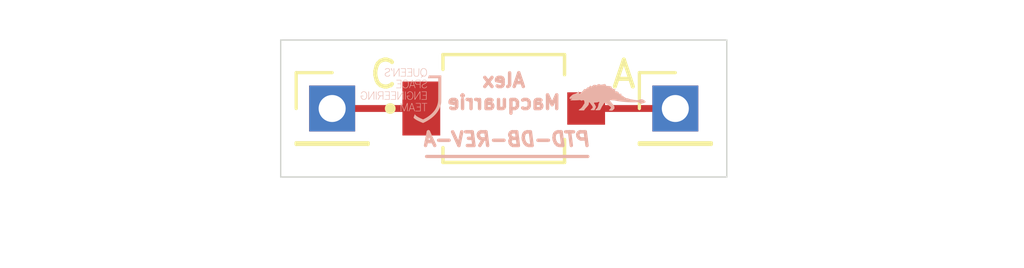
<source format=kicad_pcb>
(kicad_pcb (version 20211014) (generator pcbnew)
  (layers (0 "F.Cu" signal) (31 "B.Cu" signal) (34 "B.Paste" user) (35 "F.Paste" user) (36 "B.SilkS" user "B.Silkscreen") (37 "F.SilkS" user "F.Silkscreen") (38 "B.Mask" user) (39 "F.Mask" user) (44 "Edge.Cuts" user))
  (net 0 "")
  (net 1 "Net-(D1-PadC)")
  (net 2 "Net-(D1-PadA)")
  (footprint "SFH_2430-Z:DIO_SFH_2430-Z" (layer "F.Cu") (at 144.145 105.41)
    (fp_text reference "D1")
    (fp_text value "SFH_2430-Z")
    (fp_line (start 2.25 -1.25) (end 2.25 -2) (layer "F.SilkS") (width 0.127))
    (fp_line (start 2.25 1.15) (end 2.25 2) (layer "F.SilkS") (width 0.127))
    (fp_line (start 2.25 2) (end -2.25 2) (layer "F.SilkS") (width 0.127))
    (fp_line (start 2.25 -2) (end -2.25 -2) (layer "F.SilkS") (width 0.127))
    (fp_line (start -2.25 2) (end -2.25 1.45) (layer "F.SilkS") (width 0.127))
    (fp_line (start -2.25 -2) (end -2.25 -1.45) (layer "F.SilkS") (width 0.127))
    (fp_circle (center -4.2 0) (end -4.1 0) (layer "F.SilkS") (width 0.2) (fill none))
    (pad "A" smd rect locked (at 3.05 0 180) (size 1.4 1.2) (layers "F.Cu") (net 2 "Net-(D1-PadA)"))
    (pad "C" smd rect locked (at -3.05 0 180) (size 1.4 2) (layers "F.Cu") (net 1 "Net-(D1-PadC)"))
  )
  (footprint "Connector_PinHeader_2.54mm:PinHeader_1x01_P2.54mm_Vertical" (layer "F.Cu") (at 150.495 105.41)
    (fp_text reference "A" (at -1.905 -1.27) (layer "F.SilkS"))
    (fp_text value "Conn_01x01")
    (fp_line (start -1.33 0) (end -1.33 -1.33) (layer "F.SilkS") (width 0.12))
    (fp_line (start -1.33 1.27) (end -1.33 1.33) (layer "F.SilkS") (width 0.12))
    (fp_line (start -1.33 -1.33) (end 0 -1.33) (layer "F.SilkS") (width 0.12))
    (fp_line (start -1.33 1.33) (end 1.33 1.33) (layer "F.SilkS") (width 0.12))
    (fp_line (start 1.33 1.27) (end 1.33 1.33) (layer "F.SilkS") (width 0.12))
    (fp_line (start -1.33 1.27) (end 1.33 1.27) (layer "F.SilkS") (width 0.12))
    (pad "1" thru_hole rect locked (at 0 0) (size 1.7 1.7) (drill 1) (layers *.Cu *.Mask) (net 2 "Net-(D1-PadA)"))
  )
  (footprint "Connector_PinHeader_2.54mm:PinHeader_1x01_P2.54mm_Vertical" (layer "F.Cu") (at 137.795 105.41)
    (fp_text reference "C" (at 1.905 -1.27) (layer "F.SilkS"))
    (fp_text value "Conn_01x01")
    (fp_line (start 1.33 1.27) (end 1.33 1.33) (layer "F.SilkS") (width 0.12))
    (fp_line (start -1.33 1.27) (end 1.33 1.27) (layer "F.SilkS") (width 0.12))
    (fp_line (start -1.33 -1.33) (end 0 -1.33) (layer "F.SilkS") (width 0.12))
    (fp_line (start -1.33 0) (end -1.33 -1.33) (layer "F.SilkS") (width 0.12))
    (fp_line (start -1.33 1.27) (end -1.33 1.33) (layer "F.SilkS") (width 0.12))
    (fp_line (start -1.33 1.33) (end 1.33 1.33) (layer "F.SilkS") (width 0.12))
    (pad "1" thru_hole rect locked (at 0 0) (size 1.7 1.7) (drill 1) (layers *.Cu *.Mask) (net 1 "Net-(D1-PadC)"))
  )
  (footprint "LOGO" (layer "B.Cu") (at 147.955 105.029 180)
    (fp_text reference "G***" hide)
    (fp_text value "LOGO" hide)
    (fp_poly (pts (xy 0.081284 0.526569) (xy 0.09456 0.522351) (xy 0.125591 0.513784) (xy 0.164294 0.506212) (xy 0.186103 0.503168) (xy 0.219388 0.500577) (xy 0.2395 0.502682) (xy 0.251666 0.510177) (xy 0.253365 0.512091) (xy 0.271095 0.524682) (xy 0.282138 0.527205) (xy 0.304307 0.522244) (xy 0.333897 0.509785) (xy 0.363147 0.493467) (xy 0.379333 0.481637) (xy 0.392473 0.472532) (xy 0.398904 0.478566) (xy 0.401555 0.487498) (xy 0.408826 0.501711) (xy 0.421933 0.499861) (xy 0.423244 0.499178) (xy 0.442937 0.496372) (xy 0.450324 0.501161) (xy 0.462339 0.505591) (xy 0.479134 0.495641) (xy 0.482363 0.492829) (xy 0.504633 0.475403) (xy 0.53264 0.456524) (xy 0.53857 0.452895) (xy 0.57347 0.432024) (xy 0.585553 0.451372) (xy 0.600128 0.467741) (xy 0.613862 0.466717) (xy 0.628416 0.447798) (xy 0.634101 0.436666) (xy 0.646415 0.414797) (xy 0.658733 0.406611) (xy 0.676669 0.40788) (xy 0.693563 0.408829) (xy 0.708695 0.401865) (xy 0.727107 0.38395) (xy 0.738627 0.370524) (xy 0.760816 0.345999) (xy 0.778159 0.33478) (xy 0.796715 0.334823) (xy 0.82006 0.343048) (xy 0.833543 0.342032) (xy 0.845263 0.324826) (xy 0.846993 0.320816) (xy 0.858732 0.301648) (xy 0.878498 0.277449) (xy 0.901989 0.25261) (xy 0.924904 0.231525) (xy 0.94294 0.218585) (xy 0.949131 0.216531) (xy 0.958553 0.208929) (xy 0.967969 0.192995) (xy 0.984177 0.173798) (xy 0.998962 0.169459) (xy 1.011607 0.17145) (xy 1.016194 0.18084) (xy 1.014749 0.202757) (xy 1.0141 0.207724) (xy 1.013428 0.237571) (xy 1.021684 0.250959) (xy 1.038958 0.247903) (xy 1.065338 0.228416) (xy 1.077235 0.21723) (xy 1.104727 0.193382) (xy 1.133298 0.177054) (xy 1.170582 0.164225) (xy 1.185317 0.160274) (xy 1.22774 0.147351) (xy 1.260186 0.131363) (xy 1.291438 0.107637) (xy 1.302054 0.098165) (xy 1.33491 0.067594) (xy 1.356043 0.045796) (xy 1.367991 0.029252) (xy 1.373297 0.014447) (xy 1.3745 -0.002124) (xy 1.373669 -0.017804) (xy 1.367978 -0.024956) (xy 1.352631 -0.02567) (xy 1.327428 -0.022648) (xy 1.296057 -0.019838) (xy 1.282571 -0.021967) (xy 1.287108 -0.028844) (xy 1.309811 -0.040279) (xy 1.313306 -0.041758) (xy 1.337644 -0.055068) (xy 1.345582 -0.066942) (xy 1.336382 -0.075772) (xy 1.329782 -0.077674) (xy 1.311116 -0.07939) (xy 1.278098 -0.080197) (xy 1.235175 -0.080196) (xy 1.186797 -0.079485) (xy 1.137411 -0.078164) (xy 1.091468 -0.076331) (xy 1.053415 -0.074085) (xy 1.027702 -0.071527) (xy 1.023742 -0.070854) (xy 0.985316 -0.069598) (xy 0.95492 -0.079695) (xy 0.931779 -0.089314) (xy 0.916409 -0.089892) (xy 0.900159 -0.081595) (xy 0.898883 -0.080763) (xy 0.876903 -0.071197) (xy 0.8552 -0.075587) (xy 0.853561 -0.076318) (xy 0.839556 -0.086002) (xy 0.831065 -0.102639) (xy 0.825585 -0.131656) (xy 0.824685 -0.138956) (xy 0.82213 -0.171571) (xy 0.824736 -0.192336) (xy 0.833554 -0.207777) (xy 0.836286 -0.210945) (xy 0.850669 -0.230328) (xy 0.868565 -0.258958) (xy 0.879945 -0.279239) (xy 0.918697 -0.337053) (xy 0.965439 -0.38207) (xy 0.998876 -0.402979) (xy 1.020602 -0.417527) (xy 1.033117 -0.432879) (xy 1.033891 -0.435415) (xy 1.033563 -0.442768) (xy 1.027186 -0.447553) (xy 1.011608 -0.450308) (xy 0.983674 -0.451574) (xy 0.94023 -0.45189) (xy 0.93754 -0.451891) (xy 0.838116 -0.451891) (xy 0.815683 -0.416587) (xy 0.796348 -0.389614) (xy 0.776296 -0.366641) (xy 0.771856 -0.362454) (xy 0.755182 -0.345873) (xy 0.731591 -0.320101) (xy 0.706039 -0.290559) (xy 0.704735 -0.289004) (xy 0.680478 -0.258524) (xy 0.666602 -0.235757) (xy 0.660362 -0.214913) (xy 0.659007 -0.192506) (xy 0.657172 -0.164316) (xy 0.650969 -0.151262) (xy 0.639351 -0.153703) (xy 0.621272 -0.171998) (xy 0.595683 -0.206504) (xy 0.588789 -0.216531) (xy 0.567427 -0.245744) (xy 0.544713 -0.273817) (xy 0.542071 -0.276835) (xy 0.52166 -0.311625) (xy 0.517791 -0.335557) (xy 0.520554 -0.35722) (xy 0.531795 -0.373542) (xy 0.555449 -0.390697) (xy 0.583261 -0.410807) (xy 0.593784 -0.425559) (xy 0.586707 -0.435433) (xy 0.561722 -0.440909) (xy 0.522105 -0.442476) (xy 0.451103 -0.442476) (xy 0.422667 -0.379098) (xy 0.394232 -0.315721) (xy 0.415254 -0.270838) (xy 0.430746 -0.241755) (xy 0.446582 -0.218102) (xy 0.453498 -0.210369) (xy 0.467041 -0.191441) (xy 0.470719 -0.177414) (xy 0.468422 -0.168088) (xy 0.458856 -0.162769) (xy 0.438014 -0.160342) (xy 0.407172 -0.159711) (xy 0.366933 -0.157346) (xy 0.334338 -0.151393) (xy 0.320089 -0.145923) (xy 0.298871 -0.135884) (xy 0.284785 -0.132135) (xy 0.27518 -0.138875) (xy 0.273798 -0.154703) (xy 0.280453 -0.171859) (xy 0.285873 -0.177823) (xy 0.294941 -0.19321) (xy 0.302547 -0.219292) (xy 0.30453 -0.230814) (xy 0.317692 -0.296882) (xy 0.337158 -0.346571) (xy 0.363656 -0.381484) (xy 0.377903 -0.392693) (xy 0.399722 -0.410355) (xy 0.412681 -0.427072) (xy 0.414233 -0.432709) (xy 0.412105 -0.440425) (xy 0.403343 -0.444886) (xy 0.384381 -0.446667) (xy 0.351652 -0.446346) (xy 0.333582 -0.445746) (xy 0.295811 -0.443774) (xy 0.265099 -0.441065) (xy 0.246438 -0.4381) (xy 0.243643 -0.43707) (xy 0.235621 -0.426365) (xy 0.222368 -0.402869) (xy 0.206313 -0.370994) (xy 0.200744 -0.359234) (xy 0.184437 -0.325934) (xy 0.170234 -0.299936) (xy 0.160496 -0.285462) (xy 0.158593 -0.283905) (xy 0.149822 -0.274278) (xy 0.136592 -0.253107) (xy 0.127541 -0.236242) (xy 0.107851 -0.200664) (xy 0.091507 -0.180838) (xy 0.07554 -0.174777) (xy 0.056978 -0.180496) (xy 0.050056 -0.184458) (xy -0.033913 -0.238689) (xy -0.10768 -0.292692) (xy -0.154343 -0.330735) (xy -0.157956 -0.344662) (xy -0.150979 -0.365751) (xy -0.136529 -0.388255) (xy -0.117723 -0.40643) (xy -0.111061 -0.410514) (xy -0.091031 -0.426064) (xy -0.086595 -0.440667) (xy -0.092038 -0.449704) (xy -0.106722 -0.455033) (xy -0.134616 -0.457748) (xy -0.150727 -0.458358) (xy -0.184214 -0.458752) (xy -0.20606 -0.4557) (xy -0.223439 -0.44646) (xy -0.243524 -0.428288) (xy -0.252314 -0.419519) (xy -0.274601 -0.396276) (xy -0.286066 -0.37933) (xy -0.289386 -0.361852) (xy -0.28724 -0.337014) (xy -0.286594 -0.332096) (xy -0.284201 -0.315763) (xy -0.280785 -0.301607) (xy -0.274732 -0.287208) (xy -0.264428 -0.270143) (xy -0.248261 -0.24799) (xy -0.224618 -0.218328) (xy -0.191885 -0.178735) (xy -0.155247 -0.13491) (xy -0.136732 -0.109973) (xy -0.124815 -0.088507) (xy -0.122387 -0.079546) (xy -0.125133 -0.069563) (xy -0.136648 -0.067426) (xy -0.157691 -0.071042) (xy -0.188384 -0.075719) (xy -0.226341 -0.078984) (xy -0.244774 -0.079732) (xy -0.282664 -0.082441) (xy -0.319806 -0.088076) (xy -0.33421 -0.091463) (xy -0.381853 -0.102317) (xy -0.44478 -0.112752) (xy -0.519445 -0.122501) (xy -0.602302 -0.131299) (xy -0.689809 -0.138879) (xy -0.778419 -0.144974) (xy -0.864587 -0.149318) (xy -0.944769 -0.151645) (xy -1.015419 -0.151687) (xy -1.072994 -0.149179) (xy -1.086229 -0.14799) (xy -1.126196 -0.144089) (xy -1.152035 -0.142873) (xy -1.168338 -0.144994) (xy -1.179696 -0.151102) (xy -1.190699 -0.161848) (xy -1.191714 -0.162941) (xy -1.216312 -0.182415) (xy -1.245823 -0.197168) (xy -1.24715 -0.197618) (xy -1.268143 -0.202785) (xy -1.289136 -0.20259) (xy -1.316518 -0.19638) (xy -1.344074 -0.187719) (xy -1.385305 -0.173803) (xy -1.411958 -0.163625) (xy -1.427412 -0.155255) (xy -1.435045 -0.146762) (xy -1.438234 -0.136216) (xy -1.438637 -0.133685) (xy -1.43529 -0.118966) (xy -1.419973 -0.101436) (xy -1.390956 -0.079582) (xy -1.34651 -0.05189) (xy -1.342556 -0.049565) (xy -1.310691 -0.039546) (xy -1.270703 -0.038619) (xy -1.230699 -0.046327) (xy -1.205951 -0.057261) (xy -1.181363 -0.067818) (xy -1.149585 -0.072706) (xy -1.107676 -0.071939) (xy -1.052697 -0.065529) (xy -1.007338 -0.058128) (xy -0.965902 -0.051198) (xy -0.921687 -0.044317) (xy -0.905376 -0.041941) (xy -0.868788 -0.034288) (xy -0.833736 -0.023043) (xy -0.82101 -0.017428) (xy -0.788359 -0.005948) (xy -0.752072 -0.000165) (xy -0.746157 0) (xy -0.714726 0.003329) (xy -0.700351 0.013434) (xy -0.700101 0.014035) (xy -0.688255 0.025482) (xy -0.665451 0.036589) (xy -0.658032 0.039061) (xy -0.630637 0.051361) (xy -0.621349 0.066243) (xy -0.621349 0.066273) (xy -0.613997 0.079295) (xy -0.590568 0.089949) (xy -0.578984 0.093162) (xy -0.550648 0.102224) (xy -0.538595 0.11305) (xy -0.540369 0.12927) (xy -0.546241 0.141603) (xy -0.550416 0.155812) (xy -0.539972 0.16336) (xy -0.533207 0.165268) (xy -0.507415 0.168395) (xy -0.478866 0.167853) (xy -0.457329 0.167356) (xy -0.448648 0.17412) (xy -0.447183 0.188287) (xy -0.441742 0.21849) (xy -0.4257 0.233625) (xy -0.414684 0.235359) (xy -0.397339 0.242222) (xy -0.39191 0.249712) (xy -0.38019 0.259688) (xy -0.36334 0.258276) (xy -0.337924 0.256158) (xy -0.315327 0.260926) (xy -0.302305 0.270764) (xy -0.30126 0.274967) (xy -0.30808 0.288187) (xy -0.31738 0.29685) (xy -0.326963 0.311049) (xy -0.320828 0.324769) (xy -0.301929 0.33511) (xy -0.274218 0.339172) (xy -0.246318 0.345337) (xy -0.217851 0.360808) (xy -0.193534 0.381633) (xy -0.178086 0.403862) (xy -0.175648 0.421745) (xy -0.175444 0.434203) (xy -0.163691 0.441567) (xy -0.144313 0.445727) (xy -0.111962 0.449626) (xy -0.073949 0.452282) (xy -0.061193 0.452725) (xy -0.015871 0.455547) (xy 0.013645 0.462329) (xy 0.030156 0.47414) (xy 0.036206 0.489934) (xy 0.043358 0.51718) (xy 0.057172 0.528719)) (layer "B.SilkS") (width 0) (fill solid))
  )
  (footprint "LOGO" (layer "B.Cu") (at 140.335 104.902 180)
    (fp_text reference "G***" hide)
    (fp_text value "LOGO" hide)
    (fp_poly (pts (xy 0.061053 0.981492) (xy 0.071967 0.98086) (xy 0.157677 0.846227) (xy 0.243387 0.711595) (xy 0.243925 0.84675) (xy 0.244462 0.981905) (xy 0.263234 0.981905) (xy 0.263234 0.678977) (xy 0.242635 0.678977) (xy 0.069987 0.950287) (xy 0.069449 0.814632) (xy 0.068912 0.678977) (xy 0.05014 0.678977) (xy 0.05014 0.982123)) (layer "B.SilkS") (width 0) (fill solid))
    (fp_poly (pts (xy -0.853588 0.553978) (xy -0.833745 0.549099) (xy -0.815742 0.5413) (xy -0.800121 0.530829) (xy -0.787423 0.517935) (xy -0.784565 0.51407) (xy -0.778384 0.505137) (xy -0.78561 0.499171) (xy -0.792836 0.493206) (xy -0.796885 0.498869) (xy -0.809776 0.513436) (xy -0.825144 0.524914) (xy -0.842442 0.533094) (xy -0.861124 0.53777) (xy -0.880642 0.538734) (xy -0.896669 0.536656) (xy -0.913121 0.531592) (xy -0.926261 0.524119) (xy -0.93601 0.514322) (xy -0.942293 0.502284) (xy -0.945034 0.48809) (xy -0.945155 0.48364) (xy -0.944555 0.473531) (xy -0.942646 0.464749) (xy -0.939073 0.456965) (xy -0.933478 0.449855) (xy -0.925503 0.44309) (xy -0.914792 0.436345) (xy -0.900986 0.429292) (xy -0.883729 0.421605) (xy -0.87196 0.416712) (xy -0.850343 0.407413) (xy -0.832375 0.398599) (xy -0.817595 0.39) (xy -0.805544 0.381346) (xy -0.795761 0.372367) (xy -0.794894 0.371445) (xy -0.786274 0.360765) (xy -0.780763 0.350148) (xy -0.77795 0.338397) (xy -0.777424 0.324317) (xy -0.777565 0.320963) (xy -0.780106 0.303342) (xy -0.785857 0.288154) (xy -0.795016 0.274939) (xy -0.799121 0.270638) (xy -0.810473 0.261707) (xy -0.824382 0.254009) (xy -0.839247 0.248364) (xy -0.84569 0.24674) (xy -0.855764 0.245353) (xy -0.86794 0.244732) (xy -0.880708 0.244856) (xy -0.89256 0.245706) (xy -0.901985 0.247262) (xy -0.902908 0.247502) (xy -0.919327 0.253499) (xy -0.933621 0.262147) (xy -0.945453 0.27251) (xy -0.952432 0.280152) (xy -0.958921 0.288414) (xy -0.964312 0.296397) (xy -0.967998 0.303201) (xy -0.96937 0.307924) (xy -0.96937 0.307939) (xy -0.967796 0.310104) (xy -0.964027 0.312979) (xy -0.959491 0.315692) (xy -0.955616 0.31737) (xy -0.95394 0.317365) (xy -0.952655 0.315179) (xy -0.950119 0.310383) (xy -0.947557 0.305357) (xy -0.9382 0.291194) (xy -0.925602 0.27899) (xy -0.91051 0.269454) (xy -0.909204 0.268821) (xy -0.902705 0.265873) (xy -0.897336 0.263966) (xy -0.891858 0.262884) (xy -0.885037 0.26241) (xy -0.875637 0.262328) (xy -0.872224 0.262347) (xy -0.860535 0.262616) (xy -0.851774 0.263348) (xy -0.844698 0.264712) (xy -0.838067 0.266878) (xy -0.837587 0.267065) (xy -0.822896 0.274807) (xy -0.811299 0.285181) (xy -0.803014 0.297873) (xy -0.798262 0.312571) (xy -0.797146 0.324742) (xy -0.7981 0.336083) (xy -0.801202 0.346318) (xy -0.80674 0.355707) (xy -0.815 0.364508) (xy -0.826269 0.372979) (xy -0.840834 0.381379) (xy -0.858981 0.389966) (xy -0.878301 0.397947) (xy -0.895584 0.404959) (xy -0.90954 0.411178) (xy -0.920854 0.416988) (xy -0.930208 0.422771) (xy -0.938286 0.428908) (xy -0.94553 0.435543) (xy -0.954687 0.445786) (xy -0.960695 0.455781) (xy -0.963986 0.466691) (xy -0.96499 0.479684) (xy -0.964757 0.487541) (xy -0.961986 0.504535) (xy -0.955763 0.519306) (xy -0.946244 0.531734) (xy -0.933585 0.541701) (xy -0.917942 0.549089) (xy -0.899473 0.55378) (xy -0.878333 0.555655) (xy -0.874733 0.555685)) (layer "B.SilkS") (width 0) (fill solid))
    (fp_poly (pts (xy 0.512722 0.984345) (xy 0.532566 0.979466) (xy 0.550568 0.971667) (xy 0.566189 0.961195) (xy 0.578887 0.948302) (xy 0.581745 0.944437) (xy 0.587927 0.935503) (xy 0.5807 0.929538) (xy 0.573474 0.923572) (xy 0.569426 0.929236) (xy 0.556535 0.943803) (xy 0.541166 0.955281) (xy 0.523868 0.963461) (xy 0.505186 0.968137) (xy 0.485668 0.969101) (xy 0.469641 0.967023) (xy 0.453189 0.961958) (xy 0.44005 0.954486) (xy 0.4303 0.944689) (xy 0.424017 0.932651) (xy 0.421277 0.918456) (xy 0.421155 0.914007) (xy 0.421756 0.903898) (xy 0.423664 0.895116) (xy 0.427237 0.887332) (xy 0.432832 0.880222) (xy 0.440807 0.873457) (xy 0.451519 0.866712) (xy 0.465324 0.859659) (xy 0.482581 0.851972) (xy 0.494351 0.847079) (xy 0.515968 0.837779) (xy 0.533936 0.828966) (xy 0.548715 0.820367) (xy 0.560766 0.811713) (xy 0.570549 0.802733) (xy 0.571416 0.801812) (xy 0.580036 0.791132) (xy 0.585547 0.780515) (xy 0.588361 0.768764) (xy 0.588886 0.754684) (xy 0.588745 0.75133) (xy 0.586204 0.733709) (xy 0.580453 0.718521) (xy 0.571294 0.705305) (xy 0.56719 0.701005) (xy 0.555837 0.692074) (xy 0.541928 0.684376) (xy 0.527064 0.678731) (xy 0.52062 0.677107) (xy 0.510546 0.67572) (xy 0.498371 0.675099) (xy 0.485602 0.675223) (xy 0.473751 0.676073) (xy 0.464325 0.677629) (xy 0.463402 0.677869) (xy 0.446984 0.683866) (xy 0.432689 0.692514) (xy 0.420858 0.702877) (xy 0.413879 0.710518) (xy 0.40739 0.718781) (xy 0.401998 0.726764) (xy 0.398312 0.733568) (xy 0.39694 0.738291) (xy 0.39694 0.738306) (xy 0.398514 0.740471) (xy 0.402284 0.743346) (xy 0.40682 0.746059) (xy 0.410694 0.747737) (xy 0.41237 0.747732) (xy 0.413655 0.745546) (xy 0.416191 0.74075) (xy 0.418753 0.735723) (xy 0.42811 0.721561) (xy 0.440708 0.709357) (xy 0.4558 0.699821) (xy 0.457107 0.699188) (xy 0.463605 0.69624) (xy 0.468975 0.694333) (xy 0.474452 0.693251) (xy 0.481273 0.692777) (xy 0.490674 0.692695) (xy 0.494086 0.692714) (xy 0.505775 0.692983) (xy 0.514537 0.693715) (xy 0.521612 0.695079) (xy 0.528243 0.697245) (xy 0.528723 0.697431) (xy 0.543414 0.705174) (xy 0.555011 0.715548) (xy 0.563296 0.72824) (xy 0.568049 0.742938) (xy 0.569164 0.755109) (xy 0.56821 0.76645) (xy 0.565108 0.776685) (xy 0.55957 0.786074) (xy 0.55131 0.794875) (xy 0.540041 0.803346) (xy 0.525476 0.811746) (xy 0.507329 0.820333) (xy 0.488009 0.828314) (xy 0.470726 0.835325) (xy 0.45677 0.841545) (xy 0.445456 0.847355) (xy 0.436102 0.853138) (xy 0.428024 0.859275) (xy 0.42078 0.865909) (xy 0.411623 0.876153) (xy 0.405615 0.886147) (xy 0.402324 0.897058) (xy 0.401321 0.910051) (xy 0.401553 0.917908) (xy 0.404324 0.934902) (xy 0.410547 0.949673) (xy 0.420066 0.962101) (xy 0.432725 0.972068) (xy 0.448368 0.979456) (xy 0.466837 0.984147) (xy 0.487978 0.986021) (xy 0.491578 0.986052)) (layer "B.SilkS") (width 0) (fill solid))
    (fp_poly (pts (xy 0 0.965191) (xy -0.162954 0.965191) (xy -0.162954 0.846109) (xy -0.039694 0.846109) (xy -0.039694 0.829396) (xy -0.162954 0.829396) (xy -0.162954 0.69569) (xy 0.008357 0.69569) (xy 0.008357 0.678977) (xy -0.181757 0.678977) (xy -0.181757 0.981905) (xy 0 0.981905)) (layer "B.SilkS") (width 0) (fill solid))
    (fp_poly (pts (xy -0.636699 0.551511) (xy -0.619714 0.551386) (xy -0.605931 0.551096) (xy -0.594859 0.550576) (xy -0.586012 0.54976) (xy -0.5789 0.548581) (xy -0.573034 0.546974) (xy -0.567926 0.544872) (xy -0.563087 0.542209) (xy -0.55803 0.538919) (xy -0.556543 0.537901) (xy -0.544139 0.526916) (xy -0.534349 0.51322) (xy -0.527325 0.497479) (xy -0.523217 0.480355) (xy -0.522173 0.462512) (xy -0.524346 0.444616) (xy -0.529884 0.427328) (xy -0.530987 0.424886) (xy -0.538852 0.412177) (xy -0.549584 0.400468) (xy -0.561926 0.391011) (xy -0.568687 0.387341) (xy -0.581831 0.381271) (xy -0.708225 0.380001) (xy -0.708225 0.24861) (xy -0.727028 0.24861) (xy -0.727028 0.534825) (xy -0.708225 0.534825) (xy -0.708225 0.396653) (xy -0.648162 0.39733) (xy -0.630082 0.397566) (xy -0.61569 0.397844) (xy -0.604495 0.398192) (xy -0.596006 0.398641) (xy -0.589734 0.39922) (xy -0.585186 0.399959) (xy -0.581873 0.400889) (xy -0.580495 0.401448) (xy -0.569432 0.408345) (xy -0.559222 0.418176) (xy -0.551072 0.429715) (xy -0.549264 0.433209) (xy -0.543778 0.448984) (xy -0.541804 0.465041) (xy -0.543129 0.480783) (xy -0.547541 0.495616) (xy -0.55483 0.508943) (xy -0.564782 0.520171) (xy -0.577185 0.528704) (xy -0.584375 0.531822) (xy -0.588179 0.532741) (xy -0.594115 0.533463) (xy -0.602582 0.534005) (xy -0.613975 0.534385) (xy -0.628692 0.534619) (xy -0.647129 0.534727) (xy -0.650251 0.534733) (xy -0.708225 0.534825) (xy -0.727028 0.534825) (xy -0.727028 0.551538) (xy -0.657373 0.551538)) (layer "B.SilkS") (width 0) (fill solid))
    (fp_poly (pts (xy -0.772989 0.106547) (xy -0.935943 0.106547) (xy -0.935943 -0.012535) (xy -0.812683 -0.012535) (xy -0.812683 -0.029248) (xy -0.935943 -0.029248) (xy -0.935943 -0.162955) (xy -0.764632 -0.162955) (xy -0.764632 -0.179668) (xy -0.954746 -0.179668) (xy -0.954746 0.12326) (xy -0.772989 0.12326)) (layer "B.SilkS") (width 0) (fill solid))
    (fp_poly (pts (xy 0.363514 0.106547) (xy 0.200559 0.106547) (xy 0.200559 -0.012535) (xy 0.32382 -0.012535) (xy 0.32382 -0.029248) (xy 0.200559 -0.029248) (xy 0.200559 -0.162955) (xy 0.37187 -0.162955) (xy 0.37187 -0.179668) (xy 0.181757 -0.179668) (xy 0.181757 0.12326) (xy 0.363514 0.12326)) (layer "B.SilkS") (width 0) (fill solid))
    (fp_poly (pts (xy -1.003357 0.614213) (xy -1.385113 0.614213) (xy -1.385113 0.210378) (xy -1.385101 0.154871) (xy -1.385065 0.102968) (xy -1.385005 0.054716) (xy -1.384922 0.010158) (xy -1.384815 -0.03066) (xy -1.384686 -0.067694) (xy -1.384533 -0.100898) (xy -1.384358 -0.130228) (xy -1.384161 -0.15564) (xy -1.383941 -0.177087) (xy -1.3837 -0.194525) (xy -1.383437 -0.20791) (xy -1.383152 -0.217196) (xy -1.382917 -0.221556) (xy -1.377259 -0.272289) (xy -1.368297 -0.320877) (xy -1.355854 -0.367949) (xy -1.33975 -0.414135) (xy -1.319808 -0.460062) (xy -1.309154 -0.481551) (xy -1.290026 -0.516707) (xy -1.269828 -0.549741) (xy -1.248034 -0.581361) (xy -1.22412 -0.612274) (xy -1.197559 -0.643187) (xy -1.167826 -0.674807) (xy -1.158462 -0.684284) (xy -1.110352 -0.729533) (xy -1.059341 -0.771798) (xy -1.005409 -0.811094) (xy -0.948536 -0.847435) (xy -0.888704 -0.880835) (xy -0.870135 -0.890302) (xy -0.854914 -0.89779) (xy -0.843016 -0.903384) (xy -0.834112 -0.907222) (xy -0.827873 -0.909443) (xy -0.823971 -0.910185) (xy -0.823078 -0.910118) (xy -0.818116 -0.908624) (xy -0.809932 -0.905553) (xy -0.799069 -0.901146) (xy -0.786069 -0.895641) (xy -0.771472 -0.889279) (xy -0.75582 -0.882299) (xy -0.739656 -0.874941) (xy -0.723521 -0.867444) (xy -0.707956 -0.860049) (xy -0.693504 -0.852996) (xy -0.689423 -0.85096) (xy -0.657849 -0.834584) (xy -0.630052 -0.818994) (xy -0.605743 -0.804) (xy -0.584638 -0.789412) (xy -0.566449 -0.77504) (xy -0.55089 -0.760695) (xy -0.546606 -0.756277) (xy -0.538319 -0.746707) (xy -0.531261 -0.737052) (xy -0.525938 -0.728122) (xy -0.522855 -0.720729) (xy -0.52229 -0.717278) (xy -0.522094 -0.715328) (xy -0.521428 -0.71513) (xy -0.520175 -0.716964) (xy -0.518218 -0.721112) (xy -0.51544 -0.727856) (xy -0.511724 -0.737476) (xy -0.506954 -0.750254) (xy -0.501012 -0.766471) (xy -0.495385 -0.781974) (xy -0.472095 -0.846322) (xy -0.478209 -0.855208) (xy -0.488388 -0.86756) (xy -0.502515 -0.880832) (xy -0.520477 -0.894959) (xy -0.542164 -0.909878) (xy -0.567461 -0.925525) (xy -0.596257 -0.941834) (xy -0.628439 -0.958743) (xy -0.663896 -0.976186) (xy -0.702513 -0.9941) (xy -0.74418 -1.01242) (xy -0.778931 -1.027035) (xy -0.79145 -1.032158) (xy -0.802736 -1.036691) (xy -0.812195 -1.040403) (xy -0.819236 -1.043064) (xy -0.823264 -1.04444) (xy -0.823915 -1.04458) (xy -0.826541 -1.043725) (xy -0.832265 -1.041356) (xy -0.840421 -1.037765) (xy -0.850341 -1.033245) (xy -0.859112 -1.029151) (xy -0.926085 -0.995735) (xy -0.989916 -0.960158) (xy -1.050493 -0.922499) (xy -1.107701 -0.882835) (xy -1.16143 -0.841245) (xy -1.211564 -0.797808) (xy -1.257992 -0.752602) (xy -1.258863 -0.7517) (xy -1.298354 -0.708253) (xy -1.334709 -0.66312) (xy -1.367809 -0.616535) (xy -1.397537 -0.56873) (xy -1.423774 -0.519936) (xy -1.446403 -0.470387) (xy -1.465304 -0.420314) (xy -1.48036 -0.36995) (xy -1.491453 -0.319527) (xy -1.496812 -0.284188) (xy -1.497167 -0.280917) (xy -1.497495 -0.276988) (xy -1.497798 -0.27224) (xy -1.498076 -0.266511) (xy -1.49833 -0.25964) (xy -1.498562 -0.251463) (xy -1.498772 -0.241821) (xy -1.498962 -0.23055) (xy -1.499132 -0.217489) (xy -1.499283 -0.202477) (xy -1.499417 -0.18535) (xy -1.499534 -0.165949) (xy -1.499635 -0.14411) (xy -1.499722 -0.119671) (xy -1.499796 -0.092472) (xy -1.499857 -0.06235) (xy -1.499906 -0.029144) (xy -1.499945 0.007309) (xy -1.499974 0.04717) (xy -1.499995 0.090601) (xy -1.500008 0.137764) (xy -1.500015 0.188821) (xy -1.500016 0.230267) (xy -1.500016 0.718671) (xy -1.041327 0.718671)) (layer "B.SilkS") (width 0) (fill solid))
    (fp_poly (pts (xy -0.32949 0.127006) (xy -0.317469 0.125592) (xy -0.315463 0.125171) (xy -0.298253 0.119186) (xy -0.281701 0.109562) (xy -0.266501 0.096839) (xy -0.253345 0.081557) (xy -0.246967 0.071808) (xy -0.241546 0.062321) (xy -0.23826 0.055694) (xy -0.237013 0.051253) (xy -0.23771 0.048324) (xy -0.240256 0.046233) (xy -0.243166 0.044875) (xy -0.248353 0.042899) (xy -0.251823 0.041924) (xy -0.252199 0.041901) (xy -0.253823 0.043707) (xy -0.256609 0.04837) (xy -0.259996 0.054939) (xy -0.260508 0.056002) (xy -0.27105 0.073676) (xy -0.284264 0.088187) (xy -0.300065 0.099447) (xy -0.304504 0.10179) (xy -0.312277 0.105505) (xy -0.318285 0.107815) (xy -0.324019 0.109045) (xy -0.330973 0.109515) (xy -0.340425 0.109551) (xy -0.35545 0.108818) (xy -0.367743 0.106507) (xy -0.378475 0.102123) (xy -0.388818 0.095169) (xy -0.399943 0.08515) (xy -0.401334 0.083771) (xy -0.413581 0.069917) (xy -0.423176 0.055164) (xy -0.430678 0.038474) (xy -0.436647 0.018806) (xy -0.436928 0.017673) (xy -0.440082 -0.000086) (xy -0.44162 -0.020077) (xy -0.441539 -0.04073) (xy -0.439838 -0.060478) (xy -0.437009 -0.075827) (xy -0.429694 -0.098882) (xy -0.419885 -0.118897) (xy -0.407687 -0.135722) (xy -0.393209 -0.149207) (xy -0.378638 -0.158204) (xy -0.370829 -0.161929) (xy -0.364757 -0.164249) (xy -0.358917 -0.165496) (xy -0.351805 -0.165998) (xy -0.342731 -0.166088) (xy -0.332871 -0.165956) (xy -0.3257 -0.165362) (xy -0.31973 -0.164012) (xy -0.313475 -0.161613) (xy -0.30847 -0.159313) (xy -0.292236 -0.149342) (xy -0.278079 -0.135895) (xy -0.266139 -0.119203) (xy -0.256558 -0.099492) (xy -0.249477 -0.076991) (xy -0.245826 -0.057974) (xy -0.244694 -0.05014) (xy -0.327998 -0.05014) (xy -0.327998 -0.033427) (xy -0.22509 -0.033427) (xy -0.226523 -0.050662) (xy -0.230415 -0.078039) (xy -0.237287 -0.102677) (xy -0.2471 -0.124494) (xy -0.259815 -0.143408) (xy -0.275394 -0.159337) (xy -0.280368 -0.163331) (xy -0.292429 -0.1716) (xy -0.303918 -0.17727) (xy -0.316164 -0.180789) (xy -0.330496 -0.182609) (xy -0.338444 -0.183009) (xy -0.353951 -0.183002) (xy -0.365812 -0.181863) (xy -0.370434 -0.180836) (xy -0.389866 -0.173129) (xy -0.407412 -0.161861) (xy -0.422875 -0.147294) (xy -0.436057 -0.129688) (xy -0.44676 -0.109305) (xy -0.454789 -0.086406) (xy -0.459749 -0.062624) (xy -0.461166 -0.047402) (xy -0.461483 -0.029945) (xy -0.46077 -0.011726) (xy -0.459096 0.005781) (xy -0.456531 0.021104) (xy -0.455595 0.02507) (xy -0.447821 0.048752) (xy -0.437335 0.069512) (xy -0.423893 0.087799) (xy -0.417887 0.094267) (xy -0.404978 0.106104) (xy -0.392446 0.114769) (xy -0.379123 0.120971) (xy -0.368333 0.124322) (xy -0.356818 0.126341) (xy -0.343239 0.127246)) (layer "B.SilkS") (width 0) (fill solid))
    (fp_poly (pts (xy -0.179654 -0.442938) (xy -0.170854 -0.465534) (xy -0.162498 -0.486939) (xy -0.15471 -0.506841) (xy -0.147611 -0.524931) (xy -0.141324 -0.540898) (xy -0.135972 -0.554431) (xy -0.131676 -0.56522) (xy -0.12856 -0.572954) (xy -0.126745 -0.577322) (xy -0.126315 -0.578211) (xy -0.125524 -0.576265) (xy -0.123365 -0.570808) (xy -0.119988 -0.562224) (xy -0.115543 -0.550896) (xy -0.110178 -0.537207) (xy -0.104044 -0.52154) (xy -0.09729 -0.504277) (xy -0.090066 -0.485802) (xy -0.082522 -0.466497) (xy -0.074806 -0.446746) (xy -0.067069 -0.426932) (xy -0.05946 -0.407437) (xy -0.052128 -0.388644) (xy -0.045224 -0.370937) (xy -0.038897 -0.354698) (xy -0.033296 -0.34031) (xy -0.028572 -0.328157) (xy -0.024873 -0.31862) (xy -0.022349 -0.312084) (xy -0.021842 -0.310763) (xy -0.019991 -0.308522) (xy -0.015979 -0.3074) (xy -0.009178 -0.307107) (xy 0.002089 -0.307107) (xy 0.002089 -0.610035) (xy -0.016713 -0.610035) (xy -0.016776 -0.47894) (xy -0.016838 -0.347845) (xy -0.067759 -0.478418) (xy -0.118681 -0.60899) (xy -0.134107 -0.60899) (xy -0.185029 -0.478418) (xy -0.235951 -0.347845) (xy -0.236075 -0.610035) (xy -0.254877 -0.610035) (xy -0.254877 -0.307107) (xy -0.232493 -0.307107)) (layer "B.SilkS") (width 0) (fill solid))
    (fp_poly (pts (xy -0.553627 -0.32382) (xy -0.716582 -0.32382) (xy -0.716582 -0.442902) (xy -0.593321 -0.442902) (xy -0.593321 -0.459615) (xy -0.716582 -0.459615) (xy -0.716582 -0.593321) (xy -0.545271 -0.593321) (xy -0.545271 -0.610035) (xy -0.735384 -0.610035) (xy -0.735384 -0.307107) (xy -0.553627 -0.307107)) (layer "B.SilkS") (width 0) (fill solid))
    (fp_poly (pts (xy -0.661706 0.873791) (xy -0.661487 0.849007) (xy -0.661261 0.828034) (xy -0.661013 0.810506) (xy -0.660732 0.796056) (xy -0.660404 0.784317) (xy -0.660015 0.774922) (xy -0.659554 0.767505) (xy -0.659006 0.761698) (xy -0.658359 0.757135) (xy -0.657599 0.753449) (xy -0.657379 0.752579) (xy -0.651123 0.734263) (xy -0.642795 0.7195) (xy -0.632158 0.708093) (xy -0.618978 0.699842) (xy -0.603019 0.694549) (xy -0.585722 0.692124) (xy -0.565414 0.6922) (xy -0.547389 0.695385) (xy -0.531854 0.701586) (xy -0.519015 0.710709) (xy -0.509078 0.722662) (xy -0.506032 0.728072) (xy -0.503545 0.73309) (xy -0.501435 0.737636) (xy -0.499669 0.742092) (xy -0.498214 0.746839) (xy -0.497035 0.752259) (xy -0.4961 0.758733) (xy -0.495375 0.766644) (xy -0.494827 0.776372) (xy -0.494422 0.7883) (xy -0.494127 0.802808) (xy -0.493908 0.820278) (xy -0.493732 0.841092) (xy -0.493566 0.865632) (xy -0.493533 0.870657) (xy -0.492807 0.981905) (xy -0.474239 0.981905) (xy -0.474255 0.879014) (xy -0.474301 0.857162) (xy -0.474428 0.836507) (xy -0.474628 0.817486) (xy -0.474892 0.800533) (xy -0.475213 0.786084) (xy -0.475584 0.774576) (xy -0.475995 0.766444) (xy -0.476366 0.762543) (xy -0.481165 0.740485) (xy -0.488284 0.721819) (xy -0.497831 0.706397) (xy -0.509911 0.694067) (xy -0.524629 0.684681) (xy -0.534201 0.680604) (xy -0.541146 0.678489) (xy -0.548914 0.677051) (xy -0.558593 0.67615) (xy -0.571271 0.675643) (xy -0.57243 0.675616) (xy -0.583422 0.675536) (xy -0.593775 0.675762) (xy -0.602289 0.676251) (xy -0.607577 0.676917) (xy -0.625636 0.682665) (xy -0.641239 0.691772) (xy -0.654288 0.704149) (xy -0.664687 0.719707) (xy -0.67147 0.735663) (xy -0.673585 0.742631) (xy -0.675379 0.750174) (xy -0.676875 0.758678) (xy -0.678098 0.768525) (xy -0.679073 0.780101) (xy -0.679823 0.79379) (xy -0.680372 0.809975) (xy -0.680745 0.829041) (xy -0.680966 0.851372) (xy -0.681059 0.877352) (xy -0.681066 0.888114) (xy -0.681066 0.981905) (xy -0.662591 0.981905)) (layer "B.SilkS") (width 0) (fill solid))
    (fp_poly (pts (xy 0.91923 -0.179668) (xy 0.900428 -0.179668) (xy 0.900428 0.12326) (xy 0.91923 0.12326)) (layer "B.SilkS") (width 0) (fill solid))
    (fp_poly (pts (xy -0.158776 -0.179668) (xy -0.177579 -0.179668) (xy -0.177579 0.12326) (xy -0.158776 0.12326)) (layer "B.SilkS") (width 0) (fill solid))
    (fp_poly (pts (xy 0.59541 0.106547) (xy 0.432456 0.106547) (xy 0.432456 -0.012535) (xy 0.555716 -0.012535) (xy 0.555716 -0.029248) (xy 0.432456 -0.029248) (xy 0.432456 -0.162955) (xy 0.603767 -0.162955) (xy 0.603767 -0.179668) (xy 0.413654 -0.179668) (xy 0.413654 0.12326) (xy 0.59541 0.12326)) (layer "B.SilkS") (width 0) (fill solid))
    (fp_poly (pts (xy -0.345622 -0.458571) (xy -0.337169 -0.482545) (xy -0.329132 -0.505353) (xy -0.321615 -0.526692) (xy -0.314726 -0.546259) (xy -0.308571 -0.56375) (xy -0.303258 -0.578862) (xy -0.298892 -0.591292) (xy -0.295581 -0.600737) (xy -0.29343 -0.606893) (xy -0.292548 -0.609457) (xy -0.292531 -0.609512) (xy -0.294377 -0.609816) (xy -0.29913 -0.610004) (xy -0.302473 -0.610035) (xy -0.312463 -0.610035) (xy -0.327309 -0.567729) (xy -0.342155 -0.525424) (xy -0.477175 -0.525424) (xy -0.491909 -0.567207) (xy -0.506644 -0.60899) (xy -0.516556 -0.609627) (xy -0.522303 -0.609681) (xy -0.525829 -0.609107) (xy -0.526367 -0.608582) (xy -0.525671 -0.60639) (xy -0.52369 -0.600565) (xy -0.52053 -0.591416) (xy -0.516299 -0.57925) (xy -0.511104 -0.564374) (xy -0.505053 -0.547096) (xy -0.498253 -0.527723) (xy -0.490813 -0.506563) (xy -0.49065 -0.506099) (xy -0.470097 -0.506099) (xy -0.468106 -0.506453) (xy -0.462572 -0.50677) (xy -0.454128 -0.507045) (xy -0.443407 -0.507275) (xy -0.431043 -0.507458) (xy -0.41767 -0.507589) (xy -0.403919 -0.507666) (xy -0.390425 -0.507685) (xy -0.377821 -0.507644) (xy -0.366739 -0.507537) (xy -0.357814 -0.507364) (xy -0.351679 -0.507119) (xy -0.348966 -0.5068) (xy -0.34889 -0.50673) (xy -0.349558 -0.504526) (xy -0.351448 -0.498879) (xy -0.354385 -0.490282) (xy -0.358197 -0.47923) (xy -0.362711 -0.466217) (xy -0.367752 -0.451739) (xy -0.373147 -0.436289) (xy -0.378724 -0.420363) (xy -0.384308 -0.404455) (xy -0.389727 -0.389059) (xy -0.394806 -0.374671) (xy -0.399373 -0.361784) (xy -0.403254 -0.350893) (xy -0.406277 -0.342493) (xy -0.408266 -0.337079) (xy -0.409024 -0.335178) (xy -0.409907 -0.336669) (xy -0.411982 -0.341628) (xy -0.415079 -0.349575) (xy -0.419025 -0.360028) (xy -0.423648 -0.372508) (xy -0.428777 -0.386534) (xy -0.43424 -0.401624) (xy -0.439866 -0.417298) (xy -0.445482 -0.433075) (xy -0.450916 -0.448474) (xy -0.455998 -0.463015) (xy -0.460554 -0.476218) (xy -0.464414 -0.4876) (xy -0.467405 -0.496681) (xy -0.469356 -0.502982) (xy -0.470095 -0.50602) (xy -0.470097 -0.506099) (xy -0.49065 -0.506099) (xy -0.482838 -0.483922) (xy -0.474438 -0.460107) (xy -0.473527 -0.457526) (xy -0.420788 -0.308151) (xy -0.398663 -0.308151)) (layer "B.SilkS") (width 0) (fill solid))
    (fp_poly (pts (xy -0.233986 0.965191) (xy -0.39694 0.965191) (xy -0.39694 0.846109) (xy -0.27368 0.846109) (xy -0.27368 0.829396) (xy -0.39694 0.829396) (xy -0.39694 0.69569) (xy -0.225629 0.69569) (xy -0.225629 0.678977) (xy -0.415743 0.678977) (xy -0.415743 0.981905) (xy -0.233986 0.981905)) (layer "B.SilkS") (width 0) (fill solid))
    (fp_poly (pts (xy -0.083099 0.122847) (xy -0.072185 0.122216) (xy 0.099235 -0.14705) (xy 0.099773 -0.011895) (xy 0.10031 0.12326) (xy 0.119082 0.12326) (xy 0.119082 -0.179668) (xy 0.098483 -0.179668) (xy 0.012159 -0.044013) (xy -0.074165 0.091643) (xy -0.074703 -0.044013) (xy -0.07524 -0.179668) (xy -0.094012 -0.179668) (xy -0.094012 0.123479)) (layer "B.SilkS") (width 0) (fill solid))
    (fp_poly (pts (xy -0.153873 0.554187) (xy -0.140733 0.551836) (xy -0.133237 0.549565) (xy -0.118333 0.542121) (xy -0.103849 0.531659) (xy -0.091147 0.519231) (xy -0.086475 0.513413) (xy -0.079915 0.503955) (xy -0.074353 0.49488) (xy -0.070184 0.486935) (xy -0.067801 0.480868) (xy -0.067529 0.477581) (xy -0.070001 0.475379) (xy -0.074874 0.473145) (xy -0.076018 0.472768) (xy -0.083547 0.470458) (xy -0.09127 0.485153) (xy -0.102397 0.502613) (xy -0.115568 0.516839) (xy -0.130445 0.527664) (xy -0.146694 0.534916) (xy -0.163977 0.538428) (xy -0.181959 0.538029) (xy -0.192151 0.536049) (xy -0.207836 0.530623) (xy -0.221513 0.522617) (xy -0.234448 0.51128) (xy -0.235307 0.510396) (xy -0.248008 0.494318) (xy -0.258101 0.47558) (xy -0.265591 0.454782) (xy -0.270479 0.432524) (xy -0.272771 0.409409) (xy -0.272469 0.386035) (xy -0.269577 0.363006) (xy -0.264099 0.34092) (xy -0.256038 0.32038) (xy -0.245398 0.301986) (xy -0.233987 0.288136) (xy -0.219463 0.276026) (xy -0.203553 0.267579) (xy -0.186776 0.262748) (xy -0.169651 0.261486) (xy -0.152698 0.263745) (xy -0.136435 0.269478) (xy -0.121382 0.278637) (xy -0.108058 0.291176) (xy -0.101136 0.300261) (xy -0.097059 0.30636) (xy -0.094015 0.310937) (xy -0.092639 0.313039) (xy -0.092627 0.31306) (xy -0.090528 0.313074) (xy -0.086249 0.31184) (xy -0.081362 0.309944) (xy -0.077439 0.307976) (xy -0.076122 0.306891) (xy -0.076311 0.303596) (xy -0.078942 0.298087) (xy -0.083515 0.29112) (xy -0.08953 0.283451) (xy -0.09649 0.275836) (xy -0.0969 0.275424) (xy -0.112489 0.26262) (xy -0.13032 0.252824) (xy -0.145283 0.24763) (xy -0.156295 0.245687) (xy -0.169287 0.244791) (xy -0.182595 0.244949) (xy -0.194557 0.246166) (xy -0.200559 0.247451) (xy -0.220211 0.255097) (xy -0.237877 0.266333) (xy -0.253421 0.281002) (xy -0.266704 0.298947) (xy -0.277591 0.320009) (xy -0.285942 0.344031) (xy -0.286411 0.345756) (xy -0.289501 0.361177) (xy -0.291454 0.379219) (xy -0.292233 0.39847) (xy -0.291806 0.417521) (xy -0.290139 0.434962) (xy -0.288754 0.443005) (xy -0.282003 0.467858) (xy -0.272661 0.490061) (xy -0.260905 0.509406) (xy -0.24691 0.525685) (xy -0.230854 0.53869) (xy -0.212911 0.548213) (xy -0.19484 0.55373) (xy -0.182537 0.555243) (xy -0.168345 0.555359)) (layer "B.SilkS") (width 0) (fill solid))
    (fp_poly (pts (xy -0.830456 0.98442) (xy -0.817611 0.982567) (xy -0.806306 0.979038) (xy -0.795272 0.973451) (xy -0.784627 0.966419) (xy -0.769061 0.952808) (xy -0.755504 0.935727) (xy -0.744138 0.915467) (xy -0.735148 0.892317) (xy -0.732916 0.884759) (xy -0.731191 0.877938) (xy -0.72995 0.87136) (xy -0.729117 0.86413) (xy -0.728618 0.855358) (xy -0.728376 0.844148) (xy -0.728316 0.830441) (xy -0.728383 0.816105) (xy -0.728635 0.805054) (xy -0.729147 0.796395) (xy -0.729995 0.789236) (xy -0.731256 0.782684) (xy -0.732928 0.776123) (xy -0.739566 0.756465) (xy -0.748176 0.737843) (xy -0.758271 0.721082) (xy -0.769368 0.70701) (xy -0.778627 0.698253) (xy -0.786532 0.691911) (xy -0.771926 0.670772) (xy -0.766027 0.662236) (xy -0.760791 0.654664) (xy -0.75679 0.648882) (xy -0.754608 0.645734) (xy -0.753282 0.642966) (xy -0.754417 0.640662) (xy -0.758623 0.63768) (xy -0.759033 0.637426) (xy -0.76371 0.634654) (xy -0.766632 0.633143) (xy -0.766968 0.633048) (xy -0.768389 0.634672) (xy -0.771759 0.639117) (xy -0.776633 0.645782) (xy -0.782569 0.654062) (xy -0.785302 0.657919) (xy -0.802837 0.682758) (xy -0.811416 0.679434) (xy -0.817613 0.677747) (xy -0.826283 0.676655) (xy -0.838089 0.676093) (xy -0.84611 0.675987) (xy -0.861589 0.676327) (xy -0.87413 0.677738) (xy -0.884911 0.680562) (xy -0.895108 0.685141) (xy -0.905898 0.691817) (xy -0.909682 0.694462) (xy -0.925247 0.708074) (xy -0.938805 0.725154) (xy -0.95017 0.745414) (xy -0.95916 0.768564) (xy -0.961393 0.776123) (xy -0.963118 0.782943) (xy -0.964359 0.789522) (xy -0.965191 0.796751) (xy -0.96569 0.805524) (xy -0.965932 0.816733) (xy -0.965959 0.822855) (xy -0.947504 0.822855) (xy -0.945518 0.800575) (xy -0.941197 0.779034) (xy -0.93457 0.75876) (xy -0.925665 0.740283) (xy -0.91451 0.724133) (xy -0.901134 0.710841) (xy -0.896214 0.707155) (xy -0.880515 0.698712) (xy -0.863023 0.69356) (xy -0.844755 0.691899) (xy -0.827429 0.69377) (xy -0.821218 0.695385) (xy -0.816889 0.697038) (xy -0.815777 0.697843) (xy -0.816456 0.700183) (xy -0.819163 0.705105) (xy -0.823441 0.711832) (xy -0.827593 0.717861) (xy -0.84053 0.736064) (xy -0.834441 0.740937) (xy -0.830073 0.744125) (xy -0.827081 0.745762) (xy -0.826773 0.745819) (xy -0.824915 0.744237) (xy -0.821363 0.740018) (xy -0.816783 0.733974) (xy -0.815283 0.731889) (xy -0.809965 0.724537) (xy -0.804969 0.717844) (xy -0.801249 0.713087) (xy -0.800814 0.712565) (xy -0.796257 0.70718) (xy -0.785128 0.718671) (xy -0.772411 0.734639) (xy -0.762236 0.753261) (xy -0.754604 0.773939) (xy -0.749513 0.796079) (xy -0.746963 0.819085) (xy -0.746952 0.842362) (xy -0.74948 0.865315) (xy -0.754546 0.887348) (xy -0.762149 0.907866) (xy -0.772288 0.926274) (xy -0.784962 0.941976) (xy -0.785454 0.942472) (xy -0.800482 0.954832) (xy -0.816767 0.963417) (xy -0.833844 0.968227) (xy -0.851247 0.969263) (xy -0.86851 0.966525) (xy -0.885168 0.960014) (xy -0.900754 0.94973) (xy -0.908803 0.942361) (xy -0.921421 0.926779) (xy -0.931534 0.908757) (xy -0.93917 0.888823) (xy -0.944358 0.867509) (xy -0.947127 0.845343) (xy -0.947504 0.822855) (xy -0.965959 0.822855) (xy -0.965993 0.830441) (xy -0.965733 0.849005) (xy -0.964824 0.864388) (xy -0.963074 0.877559) (xy -0.960289 0.889491) (xy -0.956278 0.901154) (xy -0.950847 0.913519) (xy -0.948578 0.918185) (xy -0.937728 0.937119) (xy -0.925589 0.952486) (xy -0.911727 0.964812) (xy -0.907417 0.96783) (xy -0.895728 0.97498) (xy -0.885051 0.979913) (xy -0.874112 0.982987) (xy -0.861635 0.984557) (xy -0.846347 0.984981) (xy -0.84611 0.984981)) (layer "B.SilkS") (width 0) (fill solid))
    (fp_poly (pts (xy -0.711936 0.122847) (xy -0.701022 0.122216) (xy -0.529602 -0.14705) (xy -0.529064 -0.011895) (xy -0.528527 0.12326) (xy -0.509755 0.12326) (xy -0.509755 -0.179668) (xy -0.530354 -0.179668) (xy -0.616678 -0.044013) (xy -0.703002 0.091643) (xy -0.70354 -0.044013) (xy -0.704077 -0.179668) (xy -0.722849 -0.179668) (xy -0.722849 0.123479)) (layer "B.SilkS") (width 0) (fill solid))
    (fp_poly (pts (xy 0.36658 0.980901) (xy 0.367377 0.979944) (xy 0.366388 0.977515) (xy 0.363974 0.971773) (xy 0.360357 0.963245) (xy 0.355762 0.952455) (xy 0.350413 0.939932) (xy 0.344711 0.926618) (xy 0.337854 0.910705) (xy 0.332369 0.898282) (xy 0.328012 0.888984) (xy 0.324544 0.882448) (xy 0.321722 0.878308) (xy 0.319305 0.876201) (xy 0.317052 0.875761) (xy 0.314721 0.876624) (xy 0.312556 0.878068) (xy 0.31148 0.879121) (xy 0.310896 0.880724) (xy 0.310913 0.883359) (xy 0.311639 0.887508) (xy 0.313181 0.893656) (xy 0.31565 0.902284) (xy 0.319152 0.913875) (xy 0.323796 0.928913) (xy 0.324387 0.930819) (xy 0.339926 0.98086) (xy 0.354016 0.981483) (xy 0.362109 0.981548)) (layer "B.SilkS") (width 0) (fill solid))
    (fp_poly (pts (xy -0.775078 -0.32382) (xy -0.867001 -0.32382) (xy -0.867001 -0.610035) (xy -0.885804 -0.610035) (xy -0.885804 -0.32382) (xy -0.975637 -0.32382) (xy -0.975637 -0.307107) (xy -0.775078 -0.307107)) (layer "B.SilkS") (width 0) (fill solid))
    (fp_poly (pts (xy -0.362335 0.400074) (xy -0.353883 0.3761) (xy -0.345845 0.353292) (xy -0.338328 0.331952) (xy -0.331439 0.312386) (xy -0.325285 0.294895) (xy -0.319971 0.279782) (xy -0.315605 0.267352) (xy -0.312294 0.257908) (xy -0.310143 0.251752) (xy -0.309261 0.249188) (xy -0.309244 0.249132) (xy -0.31109 0.248828) (xy -0.315843 0.24864) (xy -0.319186 0.24861) (xy -0.329176 0.24861) (xy -0.344022 0.290915) (xy -0.358869 0.333221) (xy -0.493888 0.333221) (xy -0.508623 0.291438) (xy -0.523357 0.249654) (xy -0.533269 0.249018) (xy -0.539016 0.248963) (xy -0.542542 0.249537) (xy -0.54308 0.250062) (xy -0.542385 0.252255) (xy -0.540403 0.25808) (xy -0.537243 0.267228) (xy -0.533012 0.279394) (xy -0.527817 0.29427) (xy -0.521766 0.311548) (xy -0.514966 0.330921) (xy -0.507526 0.352082) (xy -0.507363 0.352545) (xy -0.486811 0.352545) (xy -0.484819 0.352191) (xy -0.479285 0.351875) (xy -0.470841 0.3516) (xy -0.46012 0.351369) (xy -0.447757 0.351187) (xy -0.434383 0.351055) (xy -0.420632 0.350978) (xy -0.407138 0.350959) (xy -0.394534 0.351001) (xy -0.383453 0.351107) (xy -0.374528 0.351281) (xy -0.368392 0.351526) (xy -0.365679 0.351845) (xy -0.365603 0.351915) (xy -0.366271 0.354118) (xy -0.368161 0.359766) (xy -0.371099 0.368363) (xy -0.374911 0.379415) (xy -0.379424 0.392427) (xy -0.384465 0.406906) (xy -0.389861 0.422355) (xy -0.395437 0.438281) (xy -0.401021 0.45419) (xy -0.40644 0.469585) (xy -0.411519 0.483974) (xy -0.416086 0.496861) (xy -0.419968 0.507751) (xy -0.42299 0.516151) (xy -0.424979 0.521565) (xy -0.425738 0.523466) (xy -0.42662 0.521976) (xy -0.428696 0.517017) (xy -0.431792 0.50907) (xy -0.435738 0.498616) (xy -0.440361 0.486136) (xy -0.44549 0.472111) (xy -0.450954 0.457021) (xy -0.456579 0.441347) (xy -0.462195 0.42557) (xy -0.467629 0.41017) (xy -0.472711 0.395629) (xy -0.477267 0.382427) (xy -0.481127 0.371045) (xy -0.484118 0.361963) (xy -0.48607 0.355663) (xy -0.486809 0.352624) (xy -0.486811 0.352545) (xy -0.507363 0.352545) (xy -0.499552 0.374723) (xy -0.491152 0.398537) (xy -0.49024 0.401118) (xy -0.437502 0.550493) (xy -0.415377 0.550493)) (layer "B.SilkS") (width 0) (fill solid))
    (fp_poly (pts (xy 1.379442 0.127006) (xy 1.391463 0.125592) (xy 1.393469 0.125171) (xy 1.41068 0.119186) (xy 1.427231 0.109562) (xy 1.442432 0.096839) (xy 1.455588 0.081557) (xy 1.461966 0.071808) (xy 1.467386 0.062321) (xy 1.470672 0.055694) (xy 1.471919 0.051253) (xy 1.471222 0.048324) (xy 1.468677 0.046233) (xy 1.465767 0.044875) (xy 1.46058 0.042899) (xy 1.457109 0.041924) (xy 1.456733 0.041901) (xy 1.455109 0.043707) (xy 1.452323 0.04837) (xy 1.448936 0.054939) (xy 1.448424 0.056002) (xy 1.437883 0.073676) (xy 1.424669 0.088187) (xy 1.408868 0.099447) (xy 1.404429 0.10179) (xy 1.396655 0.105505) (xy 1.390648 0.107815) (xy 1.384913 0.109045) (xy 1.37796 0.109515) (xy 1.368508 0.109551) (xy 1.353482 0.108818) (xy 1.341189 0.106507) (xy 1.330457 0.102123) (xy 1.320114 0.095169) (xy 1.308989 0.08515) (xy 1.307598 0.083771) (xy 1.295351 0.069917) (xy 1.285756 0.055164) (xy 1.278254 0.038474) (xy 1.272286 0.018806) (xy 1.272005 0.017673) (xy 1.26885 -0.000086) (xy 1.267313 -0.020077) (xy 1.267393 -0.04073) (xy 1.269094 -0.060478) (xy 1.271923 -0.075827) (xy 1.279238 -0.098882) (xy 1.289048 -0.118897) (xy 1.301245 -0.135722) (xy 1.315724 -0.149207) (xy 1.330294 -0.158204) (xy 1.338104 -0.161929) (xy 1.344176 -0.164249) (xy 1.350015 -0.165496) (xy 1.357127 -0.165998) (xy 1.366202 -0.166088) (xy 1.376061 -0.165956) (xy 1.383232 -0.165362) (xy 1.389202 -0.164012) (xy 1.395457 -0.161613) (xy 1.400462 -0.159313) (xy 1.416696 -0.149342) (xy 1.430854 -0.135895) (xy 1.442793 -0.119203) (xy 1.452374 -0.099492) (xy 1.459456 -0.076991) (xy 1.463106 -0.057974) (xy 1.464238 -0.05014) (xy 1.380934 -0.05014) (xy 1.380934 -0.033427) (xy 1.483843 -0.033427) (xy 1.482409 -0.050662) (xy 1.478517 -0.078039) (xy 1.471645 -0.102677) (xy 1.461832 -0.124494) (xy 1.449117 -0.143408) (xy 1.433539 -0.159337) (xy 1.428564 -0.163331) (xy 1.416504 -0.1716) (xy 1.405015 -0.17727) (xy 1.392769 -0.180789) (xy 1.378436 -0.182609) (xy 1.370489 -0.183009) (xy 1.354982 -0.183002) (xy 1.34312 -0.181863) (xy 1.338499 -0.180836) (xy 1.319066 -0.173129) (xy 1.30152 -0.161861) (xy 1.286058 -0.147294) (xy 1.272876 -0.129688) (xy 1.262172 -0.109305) (xy 1.254144 -0.086406) (xy 1.249184 -0.062624) (xy 1.247766 -0.047402) (xy 1.247449 -0.029945) (xy 1.248163 -0.011726) (xy 1.249836 0.005781) (xy 1.252401 0.021104) (xy 1.253338 0.02507) (xy 1.261112 0.048752) (xy 1.271597 0.069512) (xy 1.285039 0.087799) (xy 1.291045 0.094267) (xy 1.303955 0.106104) (xy 1.316486 0.114769) (xy 1.329809 0.120971) (xy 1.3406 0.124322) (xy 1.352114 0.126341) (xy 1.365694 0.127246)) (layer "B.SilkS") (width 0) (fill solid))
    (fp_poly (pts (xy 0.162954 0.534825) (xy 0 0.534825) (xy 0 0.415743) (xy 0.12326 0.415743) (xy 0.12326 0.399029) (xy 0 0.399029) (xy 0 0.265323) (xy 0.171311 0.265323) (xy 0.171311 0.24861) (xy -0.018802 0.24861) (xy -0.018802 0.551538) (xy 0.162954 0.551538)) (layer "B.SilkS") (width 0) (fill solid))
    (fp_poly (pts (xy 0.994908 0.122847) (xy 1.005821 0.122216) (xy 1.177241 -0.14705) (xy 1.177779 -0.011895) (xy 1.178316 0.12326) (xy 1.197088 0.12326) (xy 1.197088 -0.179668) (xy 1.176489 -0.179668) (xy 1.090165 -0.044013) (xy 1.003841 0.091643) (xy 1.003304 -0.044013) (xy 1.002766 -0.179668) (xy 0.983994 -0.179668) (xy 0.983994 0.123479)) (layer "B.SilkS") (width 0) (fill solid))
    (fp_poly (pts (xy 0.721333 0.122837) (xy 0.795026 0.122216) (xy 0.808853 0.115406) (xy 0.822275 0.107135) (xy 0.833114 0.096551) (xy 0.842087 0.082897) (xy 0.844776 0.077556) (xy 0.847637 0.071249) (xy 0.849518 0.065969) (xy 0.850623 0.060537) (xy 0.851157 0.053775) (xy 0.851323 0.044502) (xy 0.851332 0.039647) (xy 0.851266 0.029054) (xy 0.850927 0.021476) (xy 0.850107 0.015746) (xy 0.848598 0.010703) (xy 0.846192 0.00518) (xy 0.844561 0.001823) (xy 0.834974 -0.013229) (xy 0.82253 -0.025811) (xy 0.807875 -0.035449) (xy 0.791657 -0.041669) (xy 0.782815 -0.043396) (xy 0.771282 -0.044917) (xy 0.801538 -0.094012) (xy 0.810191 -0.108049) (xy 0.818775 -0.121968) (xy 0.826851 -0.135057) (xy 0.833981 -0.146608) (xy 0.839728 -0.155911) (xy 0.843181 -0.161494) (xy 0.854567 -0.179879) (xy 0.8428 -0.179251) (xy 0.831032 -0.178623) (xy 0.748678 -0.044917) (xy 0.70756 -0.044351) (xy 0.666442 -0.043784) (xy 0.666442 -0.179668) (xy 0.647639 -0.179668) (xy 0.647639 0.106779) (xy 0.666442 0.106779) (xy 0.666442 -0.027391) (xy 0.788658 -0.026115) (xy 0.799354 -0.020472) (xy 0.8101 -0.013345) (xy 0.818681 -0.004109) (xy 0.825949 0.00819) (xy 0.827019 0.010446) (xy 0.829866 0.017463) (xy 0.831499 0.024232) (xy 0.832216 0.032391) (xy 0.832331 0.039694) (xy 0.832074 0.049768) (xy 0.831106 0.057322) (xy 0.829129 0.063993) (xy 0.827019 0.068942) (xy 0.819879 0.081805) (xy 0.811559 0.091455) (xy 0.801207 0.098849) (xy 0.799354 0.09986) (xy 0.788658 0.105502) (xy 0.72755 0.106141) (xy 0.666442 0.106779) (xy 0.647639 0.106779) (xy 0.647639 0.123459)) (layer "B.SilkS") (width 0) (fill solid))
  )
  (gr_line (start 147.2565 107.188) (end 141.2875 107.188) (layer "B.SilkS") (width 0.12))
  (gr_line (start 152.4 107.95) (end 152.4 102.87) (layer "Edge.Cuts") (width 0.05))
  (gr_line (start 135.89 102.87) (end 135.89 107.95) (layer "Edge.Cuts") (width 0.05))
  (gr_line (start 135.89 107.95) (end 152.4 107.95) (layer "Edge.Cuts") (width 0.05))
  (gr_line (start 152.4 102.87) (end 135.89 102.87) (layer "Edge.Cuts") (width 0.05))
  (gr_text "Alex\nMacquarrie" (at 144.145 104.775) (layer "B.SilkS") (effects (font (size 0.508 0.508) (thickness 0.127)) (justify mirror)))
  (gr_text "PTD-DB-REV-A" (at 144.272 106.553) (layer "B.SilkS") (effects (font (size 0.508 0.508) (thickness 0.127) italic) (justify mirror)))
  (segment (start 137.795 105.41) (end 141.095 105.41) (width 0.254) (layer "F.Cu") (net 1))
  (segment (start 150.495 105.41) (end 147.195 105.41) (width 0.254) (layer "F.Cu") (net 2))
)
</source>
